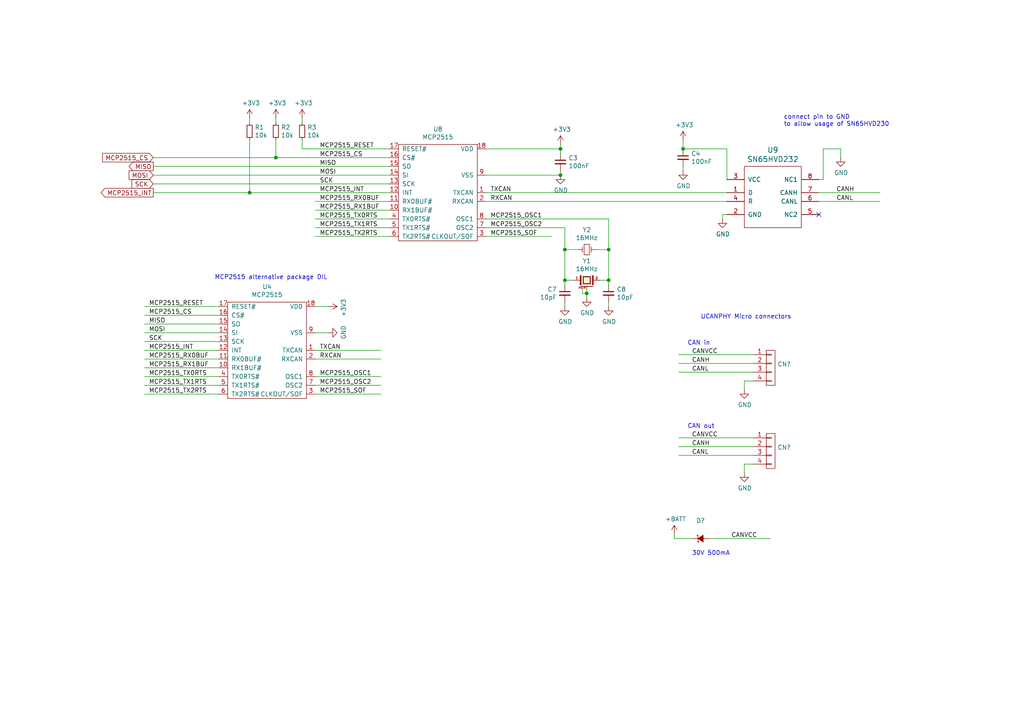
<source format=kicad_sch>
(kicad_sch (version 20211123) (generator eeschema)
  (paper "A4")
  (title_block (title "l3xz-hw_leg-controller") (date "2022-06-05") (rev "dev_0.2") (company "107-systems"))
  (lib_symbols
    (symbol "l3xz-leg-ctrl-hardware-rescue:+3.3V-power-supply" (power) (pin_names (offset 0))
      (property "Value" "+3.3V-power-supply" (at 0 3.556 0))
      (symbol "+3.3V-power-supply_0_1"
        (polyline (pts (xy -0.762 1.27) (xy 0 2.54)))
        (polyline (pts (xy 0 0) (xy 0 2.54)))
        (polyline (pts (xy 0 2.54) (xy 0.762 1.27)))
      )
      (symbol "+3.3V-power-supply_1_1"
        (pin power_in line (at 0 0 90) (length 0) hide (name "+3V3") (number "1"))
      )
    )
    (symbol "l3xz-leg-ctrl-hardware-rescue:+BATT-power-supply" (power) (pin_names (offset 0))
      (property "Value" "+BATT-power-supply" (at 0 3.556 0))
      (symbol "+BATT-power-supply_0_1"
        (polyline (pts (xy -0.762 1.27) (xy 0 2.54)))
        (polyline (pts (xy 0 0) (xy 0 2.54)))
        (polyline (pts (xy 0 2.54) (xy 0.762 1.27)))
      )
      (symbol "+BATT-power-supply_1_1"
        (pin power_in line (at 0 0 90) (length 0) hide (name "+BATT") (number "1"))
      )
    )
    (symbol "l3xz-leg-ctrl-hardware-rescue:CONN_01X04-mechanical-connectors" (pin_names (offset 1.016) hide)
      (property "Reference" "P" (at 0 6.35 0))
      (property "Value" "CONN_01X04-mechanical-connectors" (at 2.54 0 90))
      (symbol "CONN_01X04-mechanical-connectors_0_1"
        (rectangle (start -1.27 -3.683) (end 0.254 -3.937))
        (rectangle (start -1.27 -1.143) (end 0.254 -1.397))
        (rectangle (start -1.27 1.397) (end 0.254 1.143))
        (rectangle (start -1.27 3.937) (end 0.254 3.683))
        (rectangle (start -1.27 5.08) (end 1.27 -5.08))
      )
      (symbol "CONN_01X04-mechanical-connectors_1_1"
        (pin passive line (at -5.08 3.81 0) (length 3.81) (name "P1") (number "1"))
        (pin passive line (at -5.08 1.27 0) (length 3.81) (name "P2") (number "2"))
        (pin passive line (at -5.08 -1.27 0) (length 3.81) (name "P3") (number "3"))
        (pin passive line (at -5.08 -3.81 0) (length 3.81) (name "P4") (number "4"))
      )
    )
    (symbol "l3xz-leg-ctrl-hardware-rescue:C_0603-devices" (pin_numbers hide) (pin_names (offset 0.254) hide)
      (property "Reference" "C" (at 0.254 1.778 0))
      (property "Value" "C_0603-devices" (at 0.254 -2.032 0))
      (symbol "C_0603-devices_0_1"
        (polyline (pts (xy -1.524 -0.508) (xy 1.524 -0.508)) (stroke (width 0.3302)))
        (polyline (pts (xy -1.524 0.508) (xy 1.524 0.508)) (stroke (width 0.3048)))
      )
      (symbol "C_0603-devices_1_1"
        (pin passive line (at 0 2.54 270) (length 1.905) (name "~") (number "1"))
        (pin passive line (at 0 -2.54 90) (length 2.032) (name "~") (number "2"))
      )
    )
    (symbol "l3xz-leg-ctrl-hardware-rescue:Crystal_SMD_4Pad-devices" (pin_names (offset 1.016) hide)
      (property "Reference" "Y" (at 0 2.286 0))
      (property "Value" "Crystal_SMD_4Pad-devices" (at 2.54 -2.54 0))
      (symbol "Crystal_SMD_4Pad-devices_0_1"
        (polyline (pts (xy -1.778 -1.778) (xy 1.778 -1.778)))
        (polyline (pts (xy -1.778 -1.778) (xy 1.778 -1.778)))
        (polyline (pts (xy -1.778 1.27) (xy -1.778 -1.27)) (stroke (width 0.4064)))
        (polyline (pts (xy -1.778 1.27) (xy -1.778 -1.27)) (stroke (width 0.4064)))
        (polyline (pts (xy 1.778 1.27) (xy 1.778 -1.27)) (stroke (width 0.4064)))
        (polyline (pts (xy -1.016 1.016) (xy 1.016 1.016) (xy 1.016 -1.016) (xy -1.016 -1.016) (xy -1.016 1.016)) (stroke (width 0.3048)) (fill (type background)))
      )
      (symbol "Crystal_SMD_4Pad-devices_1_1"
        (pin passive line (at -3.81 0 0) (length 1.905) (name "1") (number "1"))
        (pin passive line (at -1.27 -2.54 90) (length 0.7112) (name "case") (number "2"))
        (pin passive line (at 3.81 0 180) (length 1.905) (name "3") (number "3"))
        (pin passive line (at 0 -2.54 90) (length 0.7112) (name "case") (number "4"))
      )
    )
    (symbol "l3xz-leg-ctrl-hardware-rescue:Crystal_Small-devices" (pin_numbers hide) (pin_names (offset 1.016) hide)
      (property "Reference" "Y" (at 0 2.54 0))
      (property "Value" "Crystal_Small-devices" (at 0 -2.54 0))
      (symbol "Crystal_Small-devices_0_1"
        (rectangle (start -0.762 -1.524) (end 0.762 1.524))
        (polyline (pts (xy -1.27 -0.762) (xy -1.27 0.762)))
        (polyline (pts (xy 1.27 -0.762) (xy 1.27 0.762)))
      )
      (symbol "Crystal_Small-devices_1_1"
        (pin passive line (at -2.54 0 0) (length 1.27) (name "1") (number "1"))
        (pin passive line (at 2.54 0 180) (length 1.27) (name "2") (number "2"))
      )
    )
    (symbol "l3xz-leg-ctrl-hardware-rescue:D_Schottky_Small-devices" (pin_numbers hide) (pin_names (offset 0.254) hide)
      (property "Reference" "D" (at -1.27 2.032 0))
      (property "Value" "D_Schottky_Small-devices" (at -7.112 -2.032 0))
      (symbol "D_Schottky_Small-devices_0_1"
        (polyline (pts (xy -0.762 -1.016) (xy -0.762 1.016)))
        (polyline (pts (xy -0.762 -1.016) (xy -0.508 -1.016) (xy -0.508 -0.762)))
        (polyline (pts (xy -0.762 1.016) (xy -1.016 1.016) (xy -1.016 0.762)))
        (polyline (pts (xy 0.762 -1.016) (xy -0.762 0) (xy 0.762 1.016) (xy 0.762 -1.016)) (fill (type outline)))
      )
      (symbol "D_Schottky_Small-devices_1_1"
        (pin passive line (at -2.54 0 0) (length 1.778) (name "K") (number "1"))
        (pin passive line (at 2.54 0 180) (length 1.778) (name "A") (number "2"))
      )
    )
    (symbol "l3xz-leg-ctrl-hardware-rescue:GND-power-supply" (power) (pin_names (offset 0))
      (property "Value" "GND-power-supply" (at 0 -3.81 0))
      (symbol "GND-power-supply_0_1"
        (polyline (pts (xy 0 0) (xy 0 -1.27) (xy 1.27 -1.27) (xy 0 -2.54) (xy -1.27 -1.27) (xy 0 -1.27)))
      )
      (symbol "GND-power-supply_1_1"
        (pin power_in line (at 0 0 270) (length 0) hide (name "GND") (number "1"))
      )
    )
    (symbol "l3xz-leg-ctrl-hardware-rescue:MCP2515-IC_transceiver_can" (pin_names (offset 1.016))
      (property "Reference" "U" (at 0 15.24 0))
      (property "Value" "MCP2515-IC_transceiver_can" (at 0 -15.24 0))
      (symbol "MCP2515-IC_transceiver_can_0_1"
        (rectangle (start -11.43 13.97) (end 11.43 -13.97))
      )
      (symbol "MCP2515-IC_transceiver_can_1_1"
        (pin input line (at 13.97 0 180) (length 2.54) (name "TXCAN") (number "1"))
        (pin input line (at -13.97 -5.08 0) (length 2.54) (name "RX1BUF#") (number "10"))
        (pin input line (at -13.97 -2.54 0) (length 2.54) (name "RX0BUF#") (number "11"))
        (pin input line (at -13.97 0 0) (length 2.54) (name "INT") (number "12"))
        (pin input line (at -13.97 2.54 0) (length 2.54) (name "SCK") (number "13"))
        (pin input line (at -13.97 5.08 0) (length 2.54) (name "SI") (number "14"))
        (pin input line (at -13.97 7.62 0) (length 2.54) (name "SO") (number "15"))
        (pin input line (at -13.97 10.16 0) (length 2.54) (name "CS#") (number "16"))
        (pin input line (at -13.97 12.7 0) (length 2.54) (name "RESET#") (number "17"))
        (pin input line (at 13.97 12.7 180) (length 2.54) (name "VDD") (number "18"))
        (pin input line (at 13.97 -2.54 180) (length 2.54) (name "RXCAN") (number "2"))
        (pin input line (at 13.97 -12.7 180) (length 2.54) (name "CLKOUT/SOF") (number "3"))
        (pin input line (at -13.97 -7.62 0) (length 2.54) (name "TX0RTS#") (number "4"))
        (pin input line (at -13.97 -10.16 0) (length 2.54) (name "TX1RTS#") (number "5"))
        (pin input line (at -13.97 -12.7 0) (length 2.54) (name "TX2RTS#") (number "6"))
        (pin input line (at 13.97 -10.16 180) (length 2.54) (name "OSC2") (number "7"))
        (pin input line (at 13.97 -7.62 180) (length 2.54) (name "OSC1") (number "8"))
        (pin input line (at 13.97 5.08 180) (length 2.54) (name "VSS") (number "9"))
      )
    )
    (symbol "l3xz-leg-ctrl-hardware-rescue:R_0603-devices" (pin_numbers hide) (pin_names (offset 0.254) hide)
      (property "Reference" "R" (at 0.762 0.508 0))
      (property "Value" "R_0603-devices" (at 0.762 -1.016 0))
      (symbol "R_0603-devices_0_1"
        (rectangle (start -0.762 1.778) (end 0.762 -1.778) (stroke (width 0.2032)))
      )
      (symbol "R_0603-devices_1_1"
        (pin passive line (at 0 2.54 270) (length 0.762) (name "~") (number "1"))
        (pin passive line (at 0 -2.54 90) (length 0.762) (name "~") (number "2"))
      )
    )
    (symbol "l3xz-leg-ctrl-hardware-rescue:SN65HVD232-CAN-transceiver" (pin_names (offset 1.016))
      (property "Reference" "U" (at 12.7 16.51 0))
      (property "Value" "SN65HVD232-CAN-transceiver" (at 12.7 1.27 0))
      (symbol "SN65HVD232-CAN-transceiver_0_1"
        (rectangle (start 5.08 17.78) (end 21.59 0))
      )
      (symbol "SN65HVD232-CAN-transceiver_1_1"
        (pin output line (at 0 10.16 0) (length 5.08) (name "D") (number "1"))
        (pin power_in line (at 0 3.81 0) (length 5.08) (name "GND") (number "2"))
        (pin power_in line (at 0 13.97 0) (length 5.08) (name "VCC") (number "3"))
        (pin input line (at 0 7.62 0) (length 5.08) (name "R") (number "4"))
        (pin bidirectional line (at 26.67 3.81 180) (length 5.08) (name "NC2") (number "5"))
        (pin bidirectional line (at 26.67 7.62 180) (length 5.08) (name "CANL") (number "6"))
        (pin bidirectional line (at 26.67 10.16 180) (length 5.08) (name "CANH") (number "7"))
        (pin bidirectional line (at 26.67 13.97 180) (length 5.08) (name "NC1") (number "8"))
      )
    )
  )
  (junction (at 163.83 72.39))
  (junction (at 198.12 43.18))
  (junction (at 162.56 50.8))
  (junction (at 80.01 45.72))
  (junction (at 176.53 72.39))
  (junction (at 170.18 85.09))
  (junction (at 176.53 81.28))
  (junction (at 162.56 43.18))
  (junction (at 72.39 55.88))
  (junction (at 163.83 81.28))
  (no_connect (at 237.49 62.23))
  (wire (pts (xy 140.97 58.42) (xy 210.82 58.42)))
  (wire (pts (xy 196.85 102.87) (xy 218.44 102.87)))
  (wire (pts (xy 196.85 132.08) (xy 218.44 132.08)))
  (wire (pts (xy 167.64 72.39) (xy 163.83 72.39)))
  (wire (pts (xy 41.91 93.98) (xy 63.5 93.98)))
  (wire (pts (xy 44.45 55.88) (xy 72.39 55.88)))
  (wire (pts (xy 163.83 66.04) (xy 163.83 72.39)))
  (wire (pts (xy 110.49 104.14) (xy 91.44 104.14)))
  (wire (pts (xy 163.83 87.63) (xy 163.83 88.9)))
  (wire (pts (xy 176.53 63.5) (xy 176.53 72.39)))
  (wire (pts (xy 163.83 82.55) (xy 163.83 81.28)))
  (wire (pts (xy 255.27 58.42) (xy 237.49 58.42)))
  (wire (pts (xy 41.91 111.76) (xy 63.5 111.76)))
  (wire (pts (xy 162.56 50.8) (xy 162.56 49.53)))
  (wire (pts (xy 80.01 35.56) (xy 80.01 34.29)))
  (wire (pts (xy 41.91 91.44) (xy 63.5 91.44)))
  (wire (pts (xy 41.91 104.14) (xy 63.5 104.14)))
  (wire (pts (xy 168.91 83.82) (xy 168.91 85.09)))
  (wire (pts (xy 41.91 88.9) (xy 63.5 88.9)))
  (wire (pts (xy 41.91 101.6) (xy 63.5 101.6)))
  (wire (pts (xy 44.45 45.72) (xy 80.01 45.72)))
  (wire (pts (xy 238.76 52.07) (xy 238.76 43.18)))
  (wire (pts (xy 140.97 50.8) (xy 162.56 50.8)))
  (wire (pts (xy 176.53 87.63) (xy 176.53 88.9)))
  (wire (pts (xy 41.91 109.22) (xy 63.5 109.22)))
  (wire (pts (xy 110.49 111.76) (xy 91.44 111.76)))
  (wire (pts (xy 140.97 43.18) (xy 162.56 43.18)))
  (wire (pts (xy 196.85 105.41) (xy 218.44 105.41)))
  (wire (pts (xy 95.25 96.52) (xy 91.44 96.52)))
  (wire (pts (xy 163.83 81.28) (xy 166.37 81.28)))
  (wire (pts (xy 110.49 114.3) (xy 91.44 114.3)))
  (wire (pts (xy 41.91 106.68) (xy 63.5 106.68)))
  (wire (pts (xy 140.97 66.04) (xy 163.83 66.04)))
  (wire (pts (xy 91.44 68.58) (xy 113.03 68.58)))
  (wire (pts (xy 80.01 45.72) (xy 113.03 45.72)))
  (wire (pts (xy 41.91 99.06) (xy 63.5 99.06)))
  (wire (pts (xy 209.55 62.23) (xy 209.55 63.5)))
  (wire (pts (xy 72.39 35.56) (xy 72.39 34.29)))
  (wire (pts (xy 176.53 81.28) (xy 173.99 81.28)))
  (wire (pts (xy 198.12 49.53) (xy 198.12 48.26)))
  (wire (pts (xy 44.45 50.8) (xy 113.03 50.8)))
  (wire (pts (xy 91.44 66.04) (xy 113.03 66.04)))
  (wire (pts (xy 196.85 127) (xy 218.44 127)))
  (wire (pts (xy 218.44 134.62) (xy 215.9 134.62)))
  (wire (pts (xy 168.91 85.09) (xy 170.18 85.09)))
  (wire (pts (xy 87.63 43.18) (xy 87.63 40.64)))
  (wire (pts (xy 140.97 55.88) (xy 210.82 55.88)))
  (wire (pts (xy 91.44 63.5) (xy 113.03 63.5)))
  (wire (pts (xy 210.82 43.18) (xy 210.82 52.07)))
  (wire (pts (xy 163.83 72.39) (xy 163.83 81.28)))
  (wire (pts (xy 110.49 109.22) (xy 91.44 109.22)))
  (wire (pts (xy 87.63 43.18) (xy 113.03 43.18)))
  (wire (pts (xy 172.72 72.39) (xy 176.53 72.39)))
  (wire (pts (xy 196.85 129.54) (xy 218.44 129.54)))
  (wire (pts (xy 198.12 43.18) (xy 210.82 43.18)))
  (wire (pts (xy 87.63 35.56) (xy 87.63 34.29)))
  (wire (pts (xy 223.52 156.21) (xy 205.74 156.21)))
  (wire (pts (xy 215.9 110.49) (xy 215.9 113.03)))
  (wire (pts (xy 195.58 156.21) (xy 195.58 154.94)))
  (wire (pts (xy 162.56 44.45) (xy 162.56 43.18)))
  (wire (pts (xy 195.58 156.21) (xy 200.66 156.21)))
  (wire (pts (xy 170.18 83.82) (xy 170.18 85.09)))
  (wire (pts (xy 176.53 82.55) (xy 176.53 81.28)))
  (wire (pts (xy 44.45 48.26) (xy 113.03 48.26)))
  (wire (pts (xy 218.44 110.49) (xy 215.9 110.49)))
  (wire (pts (xy 160.02 68.58) (xy 140.97 68.58)))
  (wire (pts (xy 243.84 43.18) (xy 243.84 45.72)))
  (wire (pts (xy 41.91 114.3) (xy 63.5 114.3)))
  (wire (pts (xy 215.9 134.62) (xy 215.9 137.16)))
  (wire (pts (xy 110.49 101.6) (xy 91.44 101.6)))
  (wire (pts (xy 80.01 40.64) (xy 80.01 45.72)))
  (wire (pts (xy 238.76 43.18) (xy 243.84 43.18)))
  (wire (pts (xy 170.18 85.09) (xy 170.18 86.36)))
  (wire (pts (xy 210.82 62.23) (xy 209.55 62.23)))
  (wire (pts (xy 196.85 107.95) (xy 218.44 107.95)))
  (wire (pts (xy 198.12 40.64) (xy 198.12 43.18)))
  (wire (pts (xy 140.97 63.5) (xy 176.53 63.5)))
  (wire (pts (xy 72.39 55.88) (xy 113.03 55.88)))
  (wire (pts (xy 95.25 88.9) (xy 91.44 88.9)))
  (wire (pts (xy 72.39 40.64) (xy 72.39 55.88)))
  (wire (pts (xy 91.44 60.96) (xy 113.03 60.96)))
  (wire (pts (xy 237.49 52.07) (xy 238.76 52.07)))
  (wire (pts (xy 176.53 72.39) (xy 176.53 81.28)))
  (wire (pts (xy 44.45 53.34) (xy 113.03 53.34)))
  (wire (pts (xy 41.91 96.52) (xy 63.5 96.52)))
  (wire (pts (xy 91.44 58.42) (xy 113.03 58.42)))
  (wire (pts (xy 255.27 55.88) (xy 237.49 55.88)))
  (wire (pts (xy 162.56 43.18) (xy 162.56 41.91)))
  (text "connect pin to GND\nto allow usage of SN65HVD230" (at 227.33 36.83 0) (effects (font (size 1.27 1.27)) (justify left bottom)))
  (text "CAN out" (at 199.39 124.46 0) (effects (font (size 1.27 1.27)) (justify left bottom)))
  (text "UCANPHY Micro connectors" (at 203.2 92.71 0) (effects (font (size 1.27 1.27)) (justify left bottom)))
  (text "CAN in" (at 199.39 100.33 0) (effects (font (size 1.27 1.27)) (justify left bottom)))
  (text "MCP2515 alternative package DIL" (at 62.23 81.28 0) (effects (font (size 1.27 1.27)) (justify left bottom)))
  (text "30V 500mA" (at 200.66 161.29 0) (effects (font (size 1.27 1.27)) (justify left bottom)))
  (label "MCP2515_TX0RTS" (at 43.18 109.22 0))
  (label "CANL" (at 242.57 58.42 0))
  (label "MCP2515_TX0RTS" (at 92.71 63.5 0))
  (label "MCP2515_OSC2" (at 142.24 66.04 0))
  (label "TXCAN" (at 92.71 101.6 0))
  (label "MISO" (at 92.71 48.26 0))
  (label "CANVCC" (at 200.66 127 0))
  (label "MCP2515_CS" (at 43.18 91.44 0))
  (label "CANH" (at 242.57 55.88 0))
  (label "CANH" (at 200.66 129.54 0))
  (label "MISO" (at 43.18 93.98 0))
  (label "RXCAN" (at 142.24 58.42 0))
  (label "MCP2515_TX1RTS" (at 43.18 111.76 0))
  (label "MCP2515_TX1RTS" (at 92.71 66.04 0))
  (label "MCP2515_TX2RTS" (at 92.71 68.58 0))
  (label "MCP2515_TX2RTS" (at 43.18 114.3 0))
  (label "MOSI" (at 43.18 96.52 0))
  (label "MCP2515_OSC2" (at 92.71 111.76 0))
  (label "CANH" (at 200.66 105.41 0))
  (label "MCP2515_RX0BUF" (at 43.18 104.14 0))
  (label "SCK" (at 92.71 53.34 0))
  (label "MCP2515_RX0BUF" (at 92.71 58.42 0))
  (label "MCP2515_RESET" (at 92.71 43.18 0))
  (label "CANVCC" (at 212.09 156.21 0))
  (label "MCP2515_RX1BUF" (at 92.71 60.96 0))
  (label "MCP2515_CS" (at 92.71 45.72 0))
  (label "CANL" (at 200.66 107.95 0))
  (label "RXCAN" (at 92.71 104.14 0))
  (label "MCP2515_SOF" (at 92.71 114.3 0))
  (label "MCP2515_OSC1" (at 142.24 63.5 0))
  (label "CANVCC" (at 200.66 102.87 0))
  (label "SCK" (at 43.18 99.06 0))
  (label "MCP2515_RESET" (at 43.18 88.9 0))
  (label "MCP2515_RX1BUF" (at 43.18 106.68 0))
  (label "MOSI" (at 92.71 50.8 0))
  (label "MCP2515_OSC1" (at 92.71 109.22 0))
  (label "TXCAN" (at 142.24 55.88 0))
  (label "CANL" (at 200.66 132.08 0))
  (label "MCP2515_SOF" (at 142.24 68.58 0))
  (label "MCP2515_INT" (at 43.18 101.6 0))
  (label "MCP2515_INT" (at 92.71 55.88 0))
  (global_label "MISO" (shape output) (at 44.45 48.26 180) (property "Referenzen zwischen Schaltplänen" "${INTERSHEET_REFS}" (effects hide)))
  (global_label "MCP2515_INT" (shape output) (at 44.45 55.88 180) (property "Referenzen zwischen Schaltplänen" "${INTERSHEET_REFS}" (effects hide)))
  (global_label "MOSI" (shape input) (at 44.45 50.8 180) (property "Referenzen zwischen Schaltplänen" "${INTERSHEET_REFS}" (effects hide)))
  (global_label "SCK" (shape input) (at 44.45 53.34 180) (property "Referenzen zwischen Schaltplänen" "${INTERSHEET_REFS}" (effects hide)))
  (global_label "MCP2515_CS" (shape input) (at 44.45 45.72 180) (property "Referenzen zwischen Schaltplänen" "${INTERSHEET_REFS}" (effects hide)))
  (symbol (lib_id "l3xz-leg-ctrl-hardware-rescue:MCP2515-IC_transceiver_can") (at 127 55.88 0) (unit 1)
    (property "Reference" "U8" (at 127 37.465 0))
    (property "Value" "MCP2515" (at 127 39.7764 0))
    (property "Footprint" "SOIC:SOIC-18_7.5x11.6mm_Pitch1.27mm" (effects hide))
  )
  (symbol (lib_id "l3xz-leg-ctrl-hardware-rescue:C_0603-devices") (at 162.56 46.99 0) (unit 1)
    (property "Reference" "C3" (at 164.8968 45.8216 0) (effects (justify left)))
    (property "Value" "100nF" (at 164.8968 48.133 0) (effects (justify left)))
    (property "Footprint" "capacitors:C_0603" (effects hide))
  )
  (symbol (lib_id "l3xz-leg-ctrl-hardware-rescue:+3.3V-power-supply") (at 162.56 41.91 0) (unit 1)
    (property "Reference" "#PWR025" (effects hide))
    (property "Value" "+3.3V" (at 162.941 37.5158 0))
  )
  (symbol (lib_id "l3xz-leg-ctrl-hardware-rescue:GND-power-supply") (at 162.56 50.8 0) (unit 1)
    (property "Reference" "#PWR026" (effects hide))
    (property "Value" "GND" (at 162.687 55.1942 0))
  )
  (symbol (lib_id "l3xz-leg-ctrl-hardware-rescue:Crystal_SMD_4Pad-devices") (at 170.18 81.28 0) (unit 1)
    (property "Reference" "Y1" (at 170.18 75.692 0))
    (property "Value" "16MHz" (at 170.18 78.0034 0))
    (property "Footprint" "crystals:Crystal_SMD_3.2x2.5mm_4Pad" (effects hide))
  )
  (symbol (lib_id "l3xz-leg-ctrl-hardware-rescue:GND-power-supply") (at 170.18 86.36 0) (unit 1)
    (property "Reference" "#PWR027" (effects hide))
    (property "Value" "GND" (at 170.307 90.7542 0))
  )
  (symbol (lib_id "l3xz-leg-ctrl-hardware-rescue:R_0603-devices") (at 87.63 38.1 0) (unit 1)
    (property "Reference" "R3" (at 89.1286 36.9316 0) (effects (justify left)))
    (property "Value" "10k" (at 89.1286 39.243 0) (effects (justify left)))
    (property "Footprint" "resistors:R_0603" (effects hide))
  )
  (symbol (lib_id "l3xz-leg-ctrl-hardware-rescue:+3.3V-power-supply") (at 87.63 34.29 0) (unit 1)
    (property "Reference" "#PWR024" (effects hide))
    (property "Value" "+3.3V" (at 88.011 29.8958 0))
  )
  (symbol (lib_id "l3xz-leg-ctrl-hardware-rescue:R_0603-devices") (at 80.01 38.1 0) (unit 1)
    (property "Reference" "R2" (at 81.5086 36.9316 0) (effects (justify left)))
    (property "Value" "10k" (at 81.5086 39.243 0) (effects (justify left)))
    (property "Footprint" "resistors:R_0603" (effects hide))
  )
  (symbol (lib_id "l3xz-leg-ctrl-hardware-rescue:+3.3V-power-supply") (at 80.01 34.29 0) (unit 1)
    (property "Reference" "#PWR023" (effects hide))
    (property "Value" "+3.3V" (at 80.391 29.8958 0))
  )
  (symbol (lib_id "l3xz-leg-ctrl-hardware-rescue:R_0603-devices") (at 72.39 38.1 0) (unit 1)
    (property "Reference" "R1" (at 73.8886 36.9316 0) (effects (justify left)))
    (property "Value" "10k" (at 73.8886 39.243 0) (effects (justify left)))
    (property "Footprint" "resistors:R_0603" (effects hide))
  )
  (symbol (lib_id "l3xz-leg-ctrl-hardware-rescue:+3.3V-power-supply") (at 72.39 34.29 0) (unit 1)
    (property "Reference" "#PWR022" (effects hide))
    (property "Value" "+3.3V" (at 72.771 29.8958 0))
  )
  (symbol (lib_id "l3xz-leg-ctrl-hardware-rescue:SN65HVD232-CAN-transceiver") (at 210.82 66.04 0) (unit 1)
    (property "Reference" "U9" (at 224.155 43.5102 0) (effects (font (size 1.524 1.524))))
    (property "Value" "SN65HVD232" (at 224.155 46.2026 0) (effects (font (size 1.524 1.524))))
    (property "Footprint" "SOIC:SOIC-8_3.9x4.9mm_Pitch1.27mm" (effects hide))
  )
  (symbol (lib_id "l3xz-leg-ctrl-hardware-rescue:C_0603-devices") (at 198.12 45.72 0) (unit 1)
    (property "Reference" "C4" (at 200.4568 44.5516 0) (effects (justify left)))
    (property "Value" "100nF" (at 200.4568 46.863 0) (effects (justify left)))
    (property "Footprint" "capacitors:C_0603" (effects hide))
  )
  (symbol (lib_id "l3xz-leg-ctrl-hardware-rescue:+3.3V-power-supply") (at 198.12 40.64 0) (unit 1)
    (property "Reference" "#PWR028" (effects hide))
    (property "Value" "+3.3V" (at 198.501 36.2458 0))
  )
  (symbol (lib_id "l3xz-leg-ctrl-hardware-rescue:GND-power-supply") (at 198.12 49.53 0) (unit 1)
    (property "Reference" "#PWR029" (effects hide))
    (property "Value" "GND" (at 198.247 53.9242 0))
  )
  (symbol (lib_id "l3xz-leg-ctrl-hardware-rescue:GND-power-supply") (at 209.55 63.5 0) (unit 1)
    (property "Reference" "#PWR030" (effects hide))
    (property "Value" "GND" (at 209.677 67.8942 0))
  )
  (symbol (lib_id "l3xz-leg-ctrl-hardware-rescue:CONN_01X04-mechanical-connectors") (at 223.52 106.68 0) (unit 1)
    (property "Reference" "CN?" (at 225.5012 105.6386 0) (effects (justify left)))
  )
  (symbol (lib_id "l3xz-leg-ctrl-hardware-rescue:GND-power-supply") (at 215.9 113.03 0) (unit 1)
    (property "Reference" "#PWR?" (effects hide))
  )
  (symbol (lib_id "l3xz-leg-ctrl-hardware-rescue:CONN_01X04-mechanical-connectors") (at 223.52 130.81 0) (unit 1)
    (property "Reference" "CN?" (at 225.5012 129.7686 0) (effects (justify left)))
  )
  (symbol (lib_id "l3xz-leg-ctrl-hardware-rescue:GND-power-supply") (at 215.9 137.16 0) (unit 1)
    (property "Reference" "#PWR?" (effects hide))
  )
  (symbol (lib_id "l3xz-leg-ctrl-hardware-rescue:D_Schottky_Small-devices") (at 203.2 156.21 0) (unit 1)
    (property "Reference" "D?" (at 203.2 151.003 0))
  )
  (symbol (lib_id "l3xz-leg-ctrl-hardware-rescue:C_0603-devices") (at 176.53 85.09 0) (unit 1)
    (property "Reference" "C8" (at 178.8668 83.9216 0) (effects (justify left)))
    (property "Value" "10pF" (at 178.8668 86.233 0) (effects (justify left)))
    (property "Footprint" "capacitors:C_0603" (effects hide))
  )
  (symbol (lib_id "l3xz-leg-ctrl-hardware-rescue:C_0603-devices") (at 163.83 85.09 0) (mirror y) (unit 1)
    (property "Reference" "C7" (at 161.4932 83.9216 0) (effects (justify left)))
    (property "Value" "10pF" (at 161.4932 86.233 0) (effects (justify left)))
    (property "Footprint" "capacitors:C_0603" (effects hide))
  )
  (symbol (lib_id "l3xz-leg-ctrl-hardware-rescue:GND-power-supply") (at 163.83 88.9 0) (unit 1)
    (property "Reference" "#PWR034" (effects hide))
    (property "Value" "GND" (at 163.957 93.2942 0))
  )
  (symbol (lib_id "l3xz-leg-ctrl-hardware-rescue:GND-power-supply") (at 176.53 88.9 0) (unit 1)
    (property "Reference" "#PWR035" (effects hide))
    (property "Value" "GND" (at 176.657 93.2942 0))
  )
  (symbol (lib_id "l3xz-leg-ctrl-hardware-rescue:+BATT-power-supply") (at 195.58 154.94 0) (unit 1)
    (property "Reference" "#PWR038" (effects hide))
    (property "Value" "+BATT" (at 195.961 150.5458 0))
  )
  (symbol (lib_id "l3xz-leg-ctrl-hardware-rescue:MCP2515-IC_transceiver_can") (at 77.47 101.6 0) (unit 1)
    (property "Reference" "U4" (at 77.47 83.185 0))
    (property "Value" "MCP2515" (at 77.47 85.4964 0))
    (property "Footprint" "DIP:DIP-18_W7.62mm" (effects hide))
  )
  (symbol (lib_id "l3xz-leg-ctrl-hardware-rescue:+3.3V-power-supply") (at 95.25 88.9 270) (unit 1)
    (property "Reference" "#PWR052" (effects hide))
    (property "Value" "+3.3V" (at 99.6442 89.281 0))
  )
  (symbol (lib_id "l3xz-leg-ctrl-hardware-rescue:GND-power-supply") (at 95.25 96.52 90) (unit 1)
    (property "Reference" "#PWR053" (effects hide))
    (property "Value" "GND" (at 99.6442 96.393 0))
  )
  (symbol (lib_id "l3xz-leg-ctrl-hardware-rescue:GND-power-supply") (at 243.84 45.72 0) (unit 1)
    (property "Reference" "#PWR0102" (effects hide))
    (property "Value" "GND" (at 243.967 50.1142 0))
  )
  (symbol (lib_id "l3xz-leg-ctrl-hardware-rescue:Crystal_Small-devices") (at 170.18 72.39 0) (unit 1)
    (property "Reference" "Y2" (at 170.18 66.675 0))
    (property "Value" "16MHz" (at 170.18 68.9864 0))
    (property "Footprint" "crystals:HC-49V" (effects hide))
  )
)
</source>
